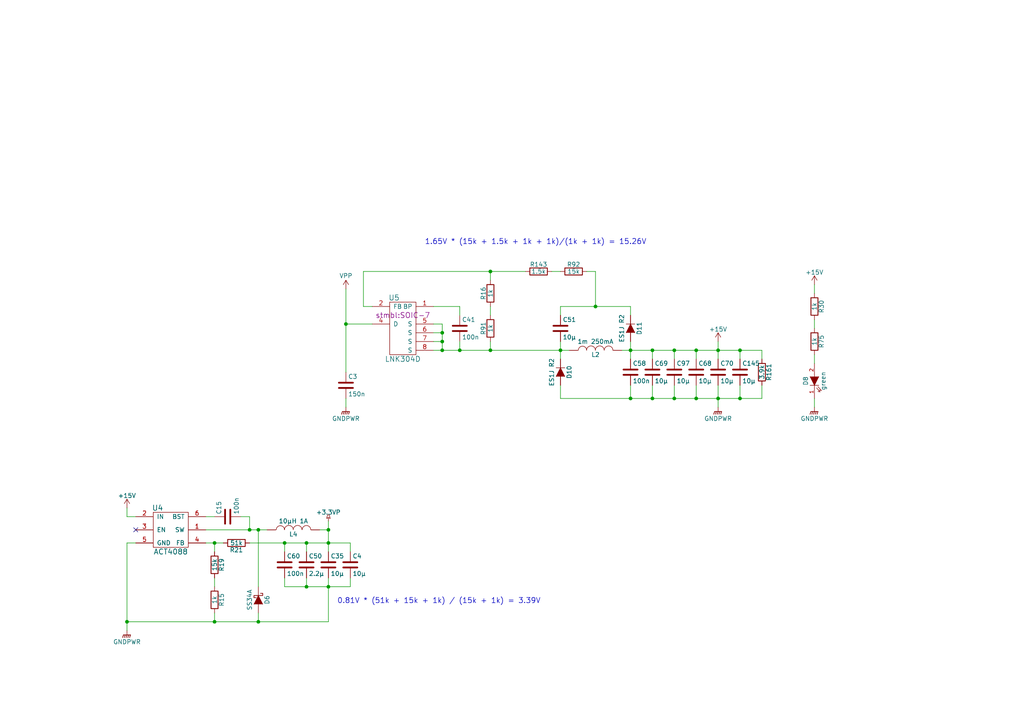
<source format=kicad_sch>
(kicad_sch (version 20211123) (generator eeschema)
  (paper "A4")
  (lib_symbols
    (symbol "stmbl_4.0-rescue:+15V-stmbl" (power) (pin_names (offset 0))
      (property "Value" "+15V-stmbl" (at 0 3.556 0))
      (symbol "+15V-stmbl_0_1"
        (polyline (pts (xy -0.762 1.27) (xy 0 2.54)))
        (polyline (pts (xy 0 0) (xy 0 2.54)))
        (polyline (pts (xy 0 2.54) (xy 0.762 1.27)))
      )
      (symbol "+15V-stmbl_1_1"
        (pin power_in line (at 0 0 90) (length 0) hide (name "+15V") (number "1"))
      )
    )
    (symbol "stmbl_4.0-rescue:+3.3VP-stmbl" (power) (pin_names (offset 0))
      (property "Value" "+3.3VP-stmbl" (at 0 2.54 0))
      (symbol "+3.3VP-stmbl_0_0"
        (pin power_in line (at 0 0 90) (length 0) hide (name "+3.3VP") (number "1"))
      )
      (symbol "+3.3VP-stmbl_0_1"
        (polyline (pts (xy 0 0) (xy 0 1.016) (xy 0 1.016)))
        (polyline (pts (xy 0.508 0.762) (xy 0 1.016) (xy -0.508 0.762) (xy -0.254 1.778) (xy 0.254 1.778) (xy 0.508 0.762) (xy 0.508 0.762)))
      )
    )
    (symbol "stmbl_4.0-rescue:ACT4088-stmbl" (pin_names (offset 1.016))
      (property "Reference" "U" (at -3.81 6.35 0))
      (property "Value" "ACT4088-stmbl" (at 0 -6.35 0))
      (symbol "ACT4088-stmbl_0_1"
        (rectangle (start -5.08 5.08) (end 5.08 -5.08))
      )
      (symbol "ACT4088-stmbl_1_1"
        (pin power_out line (at 10.16 0 180) (length 5.08) (name "SW") (number "1"))
        (pin power_in line (at -10.16 3.81 0) (length 5.08) (name "IN") (number "2"))
        (pin input line (at -10.16 0 0) (length 5.08) (name "EN") (number "3"))
        (pin input line (at 10.16 -3.81 180) (length 5.08) (name "FB") (number "4"))
        (pin power_in line (at -10.16 -3.81 0) (length 5.08) (name "GND") (number "5"))
        (pin power_in line (at 10.16 3.81 180) (length 5.08) (name "BST") (number "6"))
      )
    )
    (symbol "stmbl_4.0-rescue:C-stmbl" (pin_numbers hide) (pin_names (offset 0.254))
      (property "Reference" "C" (at 0.635 2.54 0))
      (property "Value" "C-stmbl" (at 0.635 -2.54 0))
      (symbol "C-stmbl_0_1"
        (polyline (pts (xy -2.032 -0.762) (xy 2.032 -0.762)) (stroke (width 0.508)))
        (polyline (pts (xy -2.032 0.762) (xy 2.032 0.762)) (stroke (width 0.508)))
      )
      (symbol "C-stmbl_1_1"
        (pin passive line (at 0 3.81 270) (length 2.794) (name "~") (number "1"))
        (pin passive line (at 0 -3.81 90) (length 2.794) (name "~") (number "2"))
      )
    )
    (symbol "stmbl_4.0-rescue:D-stmbl" (pin_numbers hide) (pin_names (offset 1.016) hide)
      (property "Reference" "D" (at 0 2.54 0))
      (property "Value" "D-stmbl" (at 0 -2.54 0))
      (symbol "D-stmbl_0_1"
        (polyline (pts (xy -1.27 1.27) (xy -1.27 -1.27)) (stroke (width 0.1524)))
        (polyline (pts (xy 1.27 1.27) (xy -1.27 0) (xy 1.27 -1.27)) (fill (type outline)))
      )
      (symbol "D-stmbl_1_1"
        (pin passive line (at -3.81 0 0) (length 2.54) (name "K") (number "1"))
        (pin passive line (at 3.81 0 180) (length 2.54) (name "A") (number "2"))
      )
    )
    (symbol "stmbl_4.0-rescue:D_Schottky-stmbl" (pin_numbers hide) (pin_names (offset 1.016) hide)
      (property "Reference" "D" (at 0 2.54 0))
      (property "Value" "D_Schottky-stmbl" (at 0 -2.54 0))
      (symbol "D_Schottky-stmbl_0_1"
        (polyline (pts (xy 1.27 1.27) (xy -1.27 0) (xy 1.27 -1.27)) (fill (type outline)))
        (polyline (pts (xy -1.905 0.635) (xy -1.905 1.27) (xy -1.27 1.27) (xy -1.27 -1.27) (xy -0.635 -1.27) (xy -0.635 -0.635)) (stroke (width 0.2032)))
      )
      (symbol "D_Schottky-stmbl_1_1"
        (pin passive line (at -3.81 0 0) (length 2.54) (name "K") (number "1"))
        (pin passive line (at 3.81 0 180) (length 2.54) (name "A") (number "2"))
      )
    )
    (symbol "stmbl_4.0-rescue:GNDPWR-stmbl" (power) (pin_names (offset 0))
      (property "Value" "GNDPWR-stmbl" (at 0 -3.302 0))
      (symbol "GNDPWR-stmbl_0_1"
        (polyline (pts (xy 0 -1.27) (xy 0 0)))
        (polyline (pts (xy -1.016 -1.27) (xy -1.27 -2.032) (xy -1.27 -2.032)) (stroke (width 0.2032)))
        (polyline (pts (xy -0.508 -1.27) (xy -0.762 -2.032) (xy -0.762 -2.032)) (stroke (width 0.2032)))
        (polyline (pts (xy 0 -1.27) (xy -0.254 -2.032) (xy -0.254 -2.032)) (stroke (width 0.2032)))
        (polyline (pts (xy 0.508 -1.27) (xy 0.254 -2.032) (xy 0.254 -2.032)) (stroke (width 0.2032)))
        (polyline (pts (xy 1.016 -1.27) (xy -1.016 -1.27) (xy -1.016 -1.27)) (stroke (width 0.2032)))
        (polyline (pts (xy 1.016 -1.27) (xy 0.762 -2.032) (xy 0.762 -2.032) (xy 0.762 -2.032)) (stroke (width 0.2032)))
      )
      (symbol "GNDPWR-stmbl_1_1"
        (pin power_in line (at 0 0 90) (length 0) hide (name "GNDPWR") (number "1"))
      )
    )
    (symbol "stmbl_4.0-rescue:INDUCTOR-stmbl" (pin_numbers hide) (pin_names (offset 1.016) hide)
      (property "Reference" "L" (at -1.27 0 90))
      (property "Value" "INDUCTOR-stmbl" (at 2.54 0 90))
      (symbol "INDUCTOR-stmbl_0_1"
        (arc (start 0.0254 -5.0546) (mid 1.2449 -3.8097) (end 0.0254 -2.54))
        (arc (start 0.0254 -2.5146) (mid 1.2703 -1.2444) (end 0.0254 0.0508))
        (arc (start 0.0254 0.0254) (mid 1.2703 1.2956) (end 0.0254 2.5908))
        (arc (start 0.0254 2.5654) (mid 1.1941 3.7595) (end 0.0254 4.9784))
      )
      (symbol "INDUCTOR-stmbl_1_1"
        (pin passive line (at 0 7.62 270) (length 2.54) (name "1") (number "1"))
        (pin passive line (at 0 -7.62 90) (length 2.54) (name "2") (number "2"))
      )
    )
    (symbol "stmbl_4.0-rescue:LED-stmbl" (pin_names (offset 1.016) hide)
      (property "Reference" "D" (at 0 2.54 0))
      (property "Value" "LED-stmbl" (at 0 -2.54 0))
      (symbol "LED-stmbl_0_1"
        (polyline (pts (xy -1.27 1.27) (xy -1.27 -1.27)))
        (polyline (pts (xy -2.032 -0.635) (xy -3.175 -1.651) (xy -3.048 -1.016)))
        (polyline (pts (xy -1.651 -1.016) (xy -2.794 -2.032) (xy -2.667 -1.397)))
        (polyline (pts (xy 1.27 1.27) (xy -1.27 0) (xy 1.27 -1.27)) (fill (type outline)))
      )
      (symbol "LED-stmbl_1_1"
        (pin passive line (at -5.08 0 0) (length 3.81) (name "K") (number "1"))
        (pin passive line (at 5.08 0 180) (length 3.81) (name "A") (number "2"))
      )
    )
    (symbol "stmbl_4.0-rescue:R-stmbl" (pin_numbers hide) (pin_names (offset 0))
      (property "Reference" "R" (at 2.032 0 90))
      (property "Value" "R-stmbl" (at 0 0 90))
      (symbol "R-stmbl_0_1"
        (rectangle (start -1.016 -2.54) (end 1.016 2.54) (stroke (width 0.254)))
      )
      (symbol "R-stmbl_1_1"
        (pin passive line (at 0 3.81 270) (length 1.27) (name "~") (number "1"))
        (pin passive line (at 0 -3.81 90) (length 1.27) (name "~") (number "2"))
      )
    )
    (symbol "stmbl_4.0-rescue:VPP-stmbl" (power) (pin_names (offset 0))
      (property "Value" "VPP-stmbl" (at 0 3.81 0))
      (symbol "VPP-stmbl_0_1"
        (polyline (pts (xy -0.762 1.27) (xy 0 2.54)))
        (polyline (pts (xy 0 0) (xy 0 2.54)))
        (polyline (pts (xy 0 2.54) (xy 0.762 1.27)))
      )
      (symbol "VPP-stmbl_1_1"
        (pin power_in line (at 0 0 90) (length 0) hide (name "VPP") (number "1"))
      )
    )
    (symbol "stmbl_4.0-rescue:lnk304D-stmbl" (pin_names (offset 1.016))
      (property "Reference" "U" (at -2.54 5.08 0))
      (property "Value" "lnk304D-stmbl" (at 0 -12.7 0))
      (symbol "lnk304D-stmbl_0_1"
        (rectangle (start -3.81 3.81) (end 3.81 -11.43))
      )
      (symbol "lnk304D-stmbl_1_1"
        (pin power_in line (at 8.89 2.54 180) (length 5.08) (name "BP") (number "1"))
        (pin input line (at -8.89 2.54 0) (length 5.08) (name "FB") (number "2"))
        (pin power_in line (at -8.89 -2.54 0) (length 5.08) (name "D") (number "4"))
        (pin power_out line (at 8.89 -2.54 180) (length 5.08) (name "S") (number "5"))
        (pin power_out line (at 8.89 -5.08 180) (length 5.08) (name "S") (number "6"))
        (pin power_out line (at 8.89 -7.62 180) (length 5.08) (name "S") (number "7"))
        (pin power_out line (at 8.89 -10.16 180) (length 5.08) (name "S") (number "8"))
      )
    )
  )
  (junction (at 195.58 101.6))
  (junction (at 72.39 153.67))
  (junction (at 95.25 170.18))
  (junction (at 142.24 101.6))
  (junction (at 128.27 96.52))
  (junction (at 62.23 157.48))
  (junction (at 208.28 101.6))
  (junction (at 100.33 93.98))
  (junction (at 88.9 157.48))
  (junction (at 74.93 153.67))
  (junction (at 95.25 157.48))
  (junction (at 62.23 180.34))
  (junction (at 133.35 101.6))
  (junction (at 182.88 101.6))
  (junction (at 128.27 99.06))
  (junction (at 189.23 115.57))
  (junction (at 214.63 115.57))
  (junction (at 142.24 78.74))
  (junction (at 95.25 153.67))
  (junction (at 201.93 115.57))
  (junction (at 195.58 115.57))
  (junction (at 172.72 88.9))
  (junction (at 214.63 101.6))
  (junction (at 162.56 101.6))
  (junction (at 128.27 101.6))
  (junction (at 82.55 157.48))
  (junction (at 208.28 115.57))
  (junction (at 88.9 170.18))
  (junction (at 74.93 180.34))
  (junction (at 189.23 101.6))
  (junction (at 36.83 180.34))
  (junction (at 201.93 101.6))
  (junction (at 182.88 115.57))
  (no_connect (at 39.37 153.67))
  (wire (pts (xy 95.25 153.67) (xy 95.25 157.48)))
  (wire (pts (xy 82.55 157.48) (xy 88.9 157.48)))
  (wire (pts (xy 195.58 104.14) (xy 195.58 101.6)))
  (wire (pts (xy 236.22 102.87) (xy 236.22 105.41)))
  (wire (pts (xy 195.58 111.76) (xy 195.58 115.57)))
  (wire (pts (xy 82.55 160.02) (xy 82.55 157.48)))
  (wire (pts (xy 142.24 78.74) (xy 142.24 81.28)))
  (wire (pts (xy 220.98 115.57) (xy 220.98 111.76)))
  (wire (pts (xy 170.18 78.74) (xy 172.72 78.74)))
  (wire (pts (xy 72.39 153.67) (xy 74.93 153.67)))
  (wire (pts (xy 142.24 101.6) (xy 142.24 99.06)))
  (wire (pts (xy 88.9 170.18) (xy 95.25 170.18)))
  (wire (pts (xy 95.25 157.48) (xy 101.6 157.48)))
  (wire (pts (xy 214.63 104.14) (xy 214.63 101.6)))
  (wire (pts (xy 95.25 157.48) (xy 95.25 160.02)))
  (wire (pts (xy 162.56 115.57) (xy 182.88 115.57)))
  (wire (pts (xy 74.93 153.67) (xy 77.47 153.67)))
  (wire (pts (xy 201.93 101.6) (xy 201.93 104.14)))
  (wire (pts (xy 125.73 101.6) (xy 128.27 101.6)))
  (wire (pts (xy 162.56 101.6) (xy 162.56 104.14)))
  (wire (pts (xy 133.35 101.6) (xy 142.24 101.6)))
  (wire (pts (xy 36.83 149.86) (xy 39.37 149.86)))
  (wire (pts (xy 162.56 88.9) (xy 172.72 88.9)))
  (wire (pts (xy 214.63 101.6) (xy 220.98 101.6)))
  (wire (pts (xy 105.41 88.9) (xy 107.95 88.9)))
  (wire (pts (xy 59.69 157.48) (xy 62.23 157.48)))
  (wire (pts (xy 162.56 91.44) (xy 162.56 88.9)))
  (wire (pts (xy 180.34 101.6) (xy 182.88 101.6)))
  (wire (pts (xy 125.73 99.06) (xy 128.27 99.06)))
  (wire (pts (xy 208.28 99.06) (xy 208.28 101.6)))
  (wire (pts (xy 59.69 149.86) (xy 62.23 149.86)))
  (wire (pts (xy 195.58 101.6) (xy 201.93 101.6)))
  (wire (pts (xy 208.28 101.6) (xy 214.63 101.6)))
  (wire (pts (xy 62.23 167.64) (xy 62.23 170.18)))
  (wire (pts (xy 189.23 101.6) (xy 195.58 101.6)))
  (wire (pts (xy 236.22 82.55) (xy 236.22 85.09)))
  (wire (pts (xy 95.25 167.64) (xy 95.25 170.18)))
  (wire (pts (xy 69.85 149.86) (xy 72.39 149.86)))
  (wire (pts (xy 128.27 93.98) (xy 128.27 96.52)))
  (wire (pts (xy 88.9 157.48) (xy 95.25 157.48)))
  (wire (pts (xy 95.25 170.18) (xy 95.25 180.34)))
  (wire (pts (xy 74.93 177.8) (xy 74.93 180.34)))
  (wire (pts (xy 74.93 180.34) (xy 62.23 180.34)))
  (wire (pts (xy 82.55 170.18) (xy 88.9 170.18)))
  (wire (pts (xy 74.93 153.67) (xy 74.93 170.18)))
  (wire (pts (xy 105.41 78.74) (xy 142.24 78.74)))
  (wire (pts (xy 182.88 99.06) (xy 182.88 101.6)))
  (wire (pts (xy 172.72 78.74) (xy 172.72 88.9)))
  (wire (pts (xy 189.23 115.57) (xy 189.23 111.76)))
  (wire (pts (xy 182.88 115.57) (xy 189.23 115.57)))
  (wire (pts (xy 128.27 101.6) (xy 133.35 101.6)))
  (wire (pts (xy 142.24 78.74) (xy 152.4 78.74)))
  (wire (pts (xy 128.27 99.06) (xy 128.27 101.6)))
  (wire (pts (xy 182.88 101.6) (xy 182.88 104.14)))
  (wire (pts (xy 208.28 115.57) (xy 214.63 115.57)))
  (wire (pts (xy 101.6 170.18) (xy 101.6 167.64)))
  (wire (pts (xy 100.33 93.98) (xy 107.95 93.98)))
  (wire (pts (xy 125.73 96.52) (xy 128.27 96.52)))
  (wire (pts (xy 95.25 151.13) (xy 95.25 153.67)))
  (wire (pts (xy 133.35 91.44) (xy 133.35 88.9)))
  (wire (pts (xy 95.25 180.34) (xy 74.93 180.34)))
  (wire (pts (xy 95.25 170.18) (xy 101.6 170.18)))
  (wire (pts (xy 160.02 78.74) (xy 162.56 78.74)))
  (wire (pts (xy 189.23 101.6) (xy 189.23 104.14)))
  (wire (pts (xy 220.98 101.6) (xy 220.98 104.14)))
  (wire (pts (xy 142.24 88.9) (xy 142.24 91.44)))
  (wire (pts (xy 162.56 101.6) (xy 165.1 101.6)))
  (wire (pts (xy 62.23 160.02) (xy 62.23 157.48)))
  (wire (pts (xy 182.88 111.76) (xy 182.88 115.57)))
  (wire (pts (xy 201.93 101.6) (xy 208.28 101.6)))
  (wire (pts (xy 39.37 157.48) (xy 36.83 157.48)))
  (wire (pts (xy 72.39 157.48) (xy 82.55 157.48)))
  (wire (pts (xy 133.35 88.9) (xy 125.73 88.9)))
  (wire (pts (xy 88.9 157.48) (xy 88.9 160.02)))
  (wire (pts (xy 189.23 115.57) (xy 195.58 115.57)))
  (wire (pts (xy 100.33 93.98) (xy 100.33 107.95)))
  (wire (pts (xy 208.28 115.57) (xy 208.28 118.11)))
  (wire (pts (xy 208.28 111.76) (xy 208.28 115.57)))
  (wire (pts (xy 195.58 115.57) (xy 201.93 115.57)))
  (wire (pts (xy 36.83 147.32) (xy 36.83 149.86)))
  (wire (pts (xy 172.72 88.9) (xy 182.88 88.9)))
  (wire (pts (xy 100.33 115.57) (xy 100.33 118.11)))
  (wire (pts (xy 162.56 115.57) (xy 162.56 111.76)))
  (wire (pts (xy 201.93 115.57) (xy 208.28 115.57)))
  (wire (pts (xy 182.88 101.6) (xy 189.23 101.6)))
  (wire (pts (xy 101.6 157.48) (xy 101.6 160.02)))
  (wire (pts (xy 128.27 96.52) (xy 128.27 99.06)))
  (wire (pts (xy 162.56 99.06) (xy 162.56 101.6)))
  (wire (pts (xy 236.22 115.57) (xy 236.22 118.11)))
  (wire (pts (xy 105.41 78.74) (xy 105.41 88.9)))
  (wire (pts (xy 62.23 177.8) (xy 62.23 180.34)))
  (wire (pts (xy 36.83 157.48) (xy 36.83 180.34)))
  (wire (pts (xy 214.63 111.76) (xy 214.63 115.57)))
  (wire (pts (xy 214.63 115.57) (xy 220.98 115.57)))
  (wire (pts (xy 133.35 99.06) (xy 133.35 101.6)))
  (wire (pts (xy 142.24 101.6) (xy 162.56 101.6)))
  (wire (pts (xy 92.71 153.67) (xy 95.25 153.67)))
  (wire (pts (xy 88.9 167.64) (xy 88.9 170.18)))
  (wire (pts (xy 36.83 180.34) (xy 36.83 182.88)))
  (wire (pts (xy 236.22 92.71) (xy 236.22 95.25)))
  (wire (pts (xy 59.69 153.67) (xy 72.39 153.67)))
  (wire (pts (xy 182.88 88.9) (xy 182.88 91.44)))
  (wire (pts (xy 62.23 180.34) (xy 36.83 180.34)))
  (wire (pts (xy 62.23 157.48) (xy 64.77 157.48)))
  (wire (pts (xy 125.73 93.98) (xy 128.27 93.98)))
  (wire (pts (xy 100.33 83.82) (xy 100.33 93.98)))
  (wire (pts (xy 82.55 167.64) (xy 82.55 170.18)))
  (wire (pts (xy 72.39 149.86) (xy 72.39 153.67)))
  (wire (pts (xy 208.28 101.6) (xy 208.28 104.14)))
  (wire (pts (xy 201.93 115.57) (xy 201.93 111.76)))
  (text "0.81V * (51k + 15k + 1k) / (15k + 1k) = 3.39V" (at 97.79 175.26 0) (effects (font (size 1.524 1.524)) (justify left bottom)))
  (text "1.65V * (15k + 1.5k + 1k + 1k)/(1k + 1k) = 15.26V" (at 123.19 71.12 0) (effects (font (size 1.524 1.524)) (justify left bottom)))
  (symbol (lib_id "stmbl_4.0-rescue:D-stmbl") (at 162.56 107.95 270) (unit 1)
    (property "Reference" "D10" (at 165.1 107.95 0))
    (property "Value" "ES1J R2" (at 160.02 107.95 0))
    (property "Footprint" "stmbl:SMA_Standard" (effects hide))
    (property "Manufacturer No" "ES1J-LTP" (effects hide))
    (property "Manufacturer" "Micro Commercial Co" (effects hide))
  )
  (symbol (lib_id "stmbl_4.0-rescue:D-stmbl") (at 182.88 95.25 270) (unit 1)
    (property "Reference" "D11" (at 185.42 95.25 0))
    (property "Value" "ES1J R2" (at 180.34 95.25 0))
    (property "Footprint" "stmbl:SMA_Standard" (effects hide))
    (property "Manufacturer No" "ES1J-LTP" (effects hide))
    (property "Manufacturer" "Micro Commercial Co" (effects hide))
  )
  (symbol (lib_id "stmbl_4.0-rescue:INDUCTOR-stmbl") (at 172.72 101.6 90) (unit 1)
    (property "Reference" "L2" (at 172.72 102.87 90))
    (property "Value" "1m 250mA" (at 172.72 99.06 90))
    (property "Footprint" "stmbl:NPI31W" (effects hide))
    (property "Manufacturer No" "DT3316P-105" (effects hide))
    (property "Manufacturer" "Coilcraft" (effects hide))
  )
  (symbol (lib_id "stmbl_4.0-rescue:C-stmbl") (at 182.88 107.95 0) (unit 1)
    (property "Reference" "C58" (at 183.515 105.41 0) (effects (justify left)))
    (property "Value" "100n" (at 183.515 110.49 0) (effects (justify left)))
    (property "Footprint" "stmbl:C_0603" (effects hide))
    (property "Voltage" "50V" (effects hide))
    (property "Tolerance" "X5R" (effects hide))
  )
  (symbol (lib_id "stmbl_4.0-rescue:GNDPWR-stmbl") (at 208.28 118.11 0) (unit 1)
    (property "Reference" "#PWR042" (effects hide))
    (property "Value" "GNDPWR" (at 208.28 121.412 0))
  )
  (symbol (lib_id "stmbl_4.0-rescue:+15V-stmbl") (at 208.28 99.06 0) (unit 1)
    (property "Reference" "#PWR043" (effects hide))
    (property "Value" "+15V" (at 208.28 95.504 0))
  )
  (symbol (lib_id "stmbl_4.0-rescue:VPP-stmbl") (at 100.33 83.82 0) (unit 1)
    (property "Reference" "#PWR044" (effects hide))
    (property "Value" "VPP" (at 100.33 80.01 0))
  )
  (symbol (lib_id "stmbl_4.0-rescue:C-stmbl") (at 162.56 95.25 0) (unit 1)
    (property "Reference" "C51" (at 163.195 92.71 0) (effects (justify left)))
    (property "Value" "10µ" (at 163.195 97.79 0) (effects (justify left)))
    (property "Footprint" "stmbl:C_0805" (effects hide))
    (property "Voltage" "25V" (effects hide))
    (property "Tolerance" "X5R" (effects hide))
  )
  (symbol (lib_id "stmbl_4.0-rescue:C-stmbl") (at 133.35 95.25 0) (unit 1)
    (property "Reference" "C41" (at 133.985 92.71 0) (effects (justify left)))
    (property "Value" "100n" (at 133.985 97.79 0) (effects (justify left)))
    (property "Footprint" "stmbl:C_0603" (effects hide))
    (property "Voltage" "50V" (effects hide))
    (property "Tolerance" "X5R" (effects hide))
  )
  (symbol (lib_id "stmbl_4.0-rescue:R-stmbl") (at 142.24 95.25 180) (unit 1)
    (property "Reference" "R91" (at 140.208 95.25 90))
    (property "Value" "1k" (at 142.24 95.25 90))
    (property "Footprint" "stmbl:R_0603" (effects hide))
    (property "Tolerance" "1%" (effects hide))
  )
  (symbol (lib_id "stmbl_4.0-rescue:R-stmbl") (at 166.37 78.74 90) (unit 1)
    (property "Reference" "R92" (at 166.37 76.708 90))
    (property "Value" "15k" (at 166.37 78.74 90))
    (property "Footprint" "stmbl:R_0603" (effects hide))
    (property "Tolerance" "1%" (effects hide))
  )
  (symbol (lib_id "stmbl_4.0-rescue:LED-stmbl") (at 236.22 110.49 90) (unit 1)
    (property "Reference" "D8" (at 233.68 110.49 0))
    (property "Value" "green" (at 238.76 110.49 0))
    (property "Footprint" "stmbl:LED-0805-SIDE" (effects hide))
    (property "Manufacturer No" "LTST-S220KGKT" (effects hide))
    (property "Manufacturer" "Lite-On" (effects hide))
  )
  (symbol (lib_id "stmbl_4.0-rescue:GNDPWR-stmbl") (at 236.22 118.11 0) (unit 1)
    (property "Reference" "#PWR045" (effects hide))
    (property "Value" "GNDPWR" (at 236.22 121.412 0))
  )
  (symbol (lib_id "stmbl_4.0-rescue:R-stmbl") (at 236.22 99.06 0) (unit 1)
    (property "Reference" "R75" (at 238.252 99.06 90))
    (property "Value" "1k" (at 236.22 99.06 90))
    (property "Footprint" "stmbl:R_0603" (effects hide))
    (property "Tolerance" "1%" (effects hide))
  )
  (symbol (lib_id "stmbl_4.0-rescue:+15V-stmbl") (at 236.22 82.55 0) (unit 1)
    (property "Reference" "#PWR046" (effects hide))
    (property "Value" "+15V" (at 236.22 78.994 0))
  )
  (symbol (lib_id "stmbl_4.0-rescue:R-stmbl") (at 68.58 157.48 270) (unit 1)
    (property "Reference" "R21" (at 68.58 159.512 90))
    (property "Value" "51k" (at 68.58 157.48 90))
    (property "Footprint" "stmbl:R_0603" (effects hide))
    (property "Tolerance" "1%" (effects hide))
  )
  (symbol (lib_id "stmbl_4.0-rescue:R-stmbl") (at 62.23 163.83 0) (unit 1)
    (property "Reference" "R19" (at 64.262 163.83 90))
    (property "Value" "15k" (at 62.23 163.83 90))
    (property "Footprint" "stmbl:R_0603" (effects hide))
    (property "Tolerance" "1%" (effects hide))
  )
  (symbol (lib_id "stmbl_4.0-rescue:D_Schottky-stmbl") (at 74.93 173.99 270) (unit 1)
    (property "Reference" "D6" (at 77.47 173.99 0))
    (property "Value" "SS34A" (at 72.39 173.99 0))
    (property "Footprint" "stmbl:SMA_Standard" (effects hide))
    (property "Manufacturer No" "SS34A" (effects hide))
    (property "Manufacturer" "Multicomp" (effects hide))
  )
  (symbol (lib_id "stmbl_4.0-rescue:C-stmbl") (at 66.04 149.86 90) (unit 1)
    (property "Reference" "C15" (at 63.5 149.225 0) (effects (justify left)))
    (property "Value" "100n" (at 68.58 149.225 0) (effects (justify left)))
    (property "Footprint" "stmbl:C_0603" (effects hide))
    (property "Voltage" "50V" (effects hide))
    (property "Tolerance" "X5R" (effects hide))
  )
  (symbol (lib_id "stmbl_4.0-rescue:INDUCTOR-stmbl") (at 85.09 153.67 90) (unit 1)
    (property "Reference" "L4" (at 85.09 154.94 90))
    (property "Value" "10µH 1A" (at 85.09 151.13 90))
    (property "Footprint" "stmbl:SMD_INDUCTOR_32x25" (effects hide))
    (property "Manufacturer No" "LQH32PN100MNCL" (effects hide))
    (property "Manufacturer" "Murata" (effects hide))
  )
  (symbol (lib_id "stmbl_4.0-rescue:ACT4088-stmbl") (at 49.53 153.67 0) (unit 1)
    (property "Reference" "U4" (at 45.72 147.32 0) (effects (font (size 1.524 1.524))))
    (property "Value" "ACT4088" (at 49.53 160.02 0) (effects (font (size 1.524 1.524))))
    (property "Footprint" "stmbl:SOT-23-6" (effects hide))
    (property "Manufacturer No" "ACT4088US-T" (effects hide))
    (property "Manufacturer" "Active-Semi" (effects hide))
  )
  (symbol (lib_id "stmbl_4.0-rescue:GNDPWR-stmbl") (at 36.83 182.88 0) (unit 1)
    (property "Reference" "#PWR047" (effects hide))
    (property "Value" "GNDPWR" (at 36.83 186.182 0))
  )
  (symbol (lib_id "stmbl_4.0-rescue:+15V-stmbl") (at 36.83 147.32 0) (unit 1)
    (property "Reference" "#PWR048" (effects hide))
    (property "Value" "+15V" (at 36.83 143.764 0))
  )
  (symbol (lib_id "stmbl_4.0-rescue:+3.3VP-stmbl") (at 95.25 151.13 0) (unit 1)
    (property "Reference" "#PWR049" (effects hide))
    (property "Value" "+3.3VP" (at 95.25 148.59 0))
  )
  (symbol (lib_id "stmbl_4.0-rescue:R-stmbl") (at 236.22 88.9 0) (unit 1)
    (property "Reference" "R30" (at 238.252 88.9 90))
    (property "Value" "1k" (at 236.22 88.9 90))
    (property "Footprint" "stmbl:R_0603" (effects hide))
    (property "Tolerance" "1%" (effects hide))
  )
  (symbol (lib_id "stmbl_4.0-rescue:C-stmbl") (at 95.25 163.83 0) (unit 1)
    (property "Reference" "C35" (at 95.885 161.29 0) (effects (justify left)))
    (property "Value" "10µ" (at 95.885 166.37 0) (effects (justify left)))
    (property "Footprint" "stmbl:C_0805" (effects hide))
    (property "Voltage" "25V" (effects hide))
    (property "Tolerance" "X5R" (effects hide))
  )
  (symbol (lib_id "stmbl_4.0-rescue:C-stmbl") (at 82.55 163.83 0) (unit 1)
    (property "Reference" "C60" (at 83.185 161.29 0) (effects (justify left)))
    (property "Value" "100n" (at 83.185 166.37 0) (effects (justify left)))
    (property "Footprint" "stmbl:C_0603" (effects hide))
    (property "Voltage" "50V" (effects hide))
    (property "Tolerance" "X5R" (effects hide))
  )
  (symbol (lib_id "stmbl_4.0-rescue:lnk304D-stmbl") (at 116.84 91.44 0) (unit 1)
    (property "Reference" "U5" (at 114.3 86.36 0) (effects (font (size 1.524 1.524))))
    (property "Value" "LNK304D" (at 116.84 104.14 0) (effects (font (size 1.524 1.524))))
    (property "Footprint" "stmbl:SOIC-7" (at 116.84 91.44 0) (effects (font (size 1.524 1.524))))
    (property "Manufacturer No" "LNK304DN" (effects hide))
    (property "Manufacturer" "Power Integrations" (effects hide))
  )
  (symbol (lib_id "stmbl_4.0-rescue:C-stmbl") (at 100.33 111.76 0) (unit 1)
    (property "Reference" "C3" (at 100.965 109.22 0) (effects (justify left)))
    (property "Value" "150n" (at 100.965 114.3 0) (effects (justify left)))
    (property "Footprint" "stmbl:C_1808" (effects hide))
    (property "Manufacturer No" "C1808W154KCRACTU" (effects hide))
    (property "Voltage" "500V" (effects hide))
    (property "Tolerance" "X7R" (effects hide))
    (property "Manufacturer" "KEMET" (effects hide))
  )
  (symbol (lib_id "stmbl_4.0-rescue:GNDPWR-stmbl") (at 100.33 118.11 0) (unit 1)
    (property "Reference" "#PWR050" (effects hide))
    (property "Value" "GNDPWR" (at 100.33 121.412 0))
  )
  (symbol (lib_id "stmbl_4.0-rescue:R-stmbl") (at 62.23 173.99 0) (unit 1)
    (property "Reference" "R15" (at 64.262 173.99 90))
    (property "Value" "1k" (at 62.23 173.99 90))
    (property "Footprint" "stmbl:R_0603" (effects hide))
    (property "Tolerance" "1%" (effects hide))
  )
  (symbol (lib_id "stmbl_4.0-rescue:R-stmbl") (at 142.24 85.09 180) (unit 1)
    (property "Reference" "R16" (at 140.208 85.09 90))
    (property "Value" "1k" (at 142.24 85.09 90))
    (property "Footprint" "stmbl:R_0603" (effects hide))
    (property "Tolerance" "1%" (effects hide))
  )
  (symbol (lib_id "stmbl_4.0-rescue:R-stmbl") (at 156.21 78.74 90) (unit 1)
    (property "Reference" "R143" (at 156.21 76.708 90))
    (property "Value" "1.5k" (at 156.21 78.74 90))
    (property "Footprint" "stmbl:R_0603" (effects hide))
    (property "Tolerance" "1%" (effects hide))
  )
  (symbol (lib_id "stmbl_4.0-rescue:C-stmbl") (at 88.9 163.83 0) (unit 1)
    (property "Reference" "C50" (at 89.535 161.29 0) (effects (justify left)))
    (property "Value" "2.2µ" (at 89.535 166.37 0) (effects (justify left)))
    (property "Footprint" "stmbl:C_0603" (effects hide))
    (property "Voltage" "35V" (effects hide))
    (property "Tolerance" "X5R" (effects hide))
  )
  (symbol (lib_id "stmbl_4.0-rescue:C-stmbl") (at 201.93 107.95 0) (unit 1)
    (property "Reference" "C68" (at 202.565 105.41 0) (effects (justify left)))
    (property "Value" "10µ" (at 202.565 110.49 0) (effects (justify left)))
    (property "Footprint" "stmbl:C_0805" (effects hide))
    (property "Voltage" "25V" (effects hide))
    (property "Tolerance" "X5R" (effects hide))
  )
  (symbol (lib_id "stmbl_4.0-rescue:C-stmbl") (at 189.23 107.95 0) (unit 1)
    (property "Reference" "C69" (at 189.865 105.41 0) (effects (justify left)))
    (property "Value" "10µ" (at 189.865 110.49 0) (effects (justify left)))
    (property "Footprint" "stmbl:C_0805" (effects hide))
    (property "Voltage" "25V" (effects hide))
    (property "Tolerance" "X5R" (effects hide))
  )
  (symbol (lib_id "stmbl_4.0-rescue:C-stmbl") (at 101.6 163.83 0) (unit 1)
    (property "Reference" "C4" (at 102.235 161.29 0) (effects (justify left)))
    (property "Value" "10µ" (at 102.235 166.37 0) (effects (justify left)))
    (property "Footprint" "stmbl:C_0805" (effects hide))
    (property "Voltage" "25V" (effects hide))
    (property "Tolerance" "X5R" (effects hide))
  )
  (symbol (lib_id "stmbl_4.0-rescue:R-stmbl") (at 220.98 107.95 0) (unit 1)
    (property "Reference" "R161" (at 223.012 107.95 90))
    (property "Value" "3.9k" (at 220.98 107.95 90))
    (property "Footprint" "stmbl:R_0603" (effects hide))
    (property "Tolerance" "1%" (effects hide))
  )
  (symbol (lib_id "stmbl_4.0-rescue:C-stmbl") (at 195.58 107.95 0) (unit 1)
    (property "Reference" "C97" (at 196.215 105.41 0) (effects (justify left)))
    (property "Value" "10µ" (at 196.215 110.49 0) (effects (justify left)))
    (property "Footprint" "stmbl:C_0805" (effects hide))
    (property "Voltage" "25V" (effects hide))
    (property "Tolerance" "X5R" (effects hide))
  )
  (symbol (lib_id "stmbl_4.0-rescue:C-stmbl") (at 208.28 107.95 0) (unit 1)
    (property "Reference" "C70" (at 208.915 105.41 0) (effects (justify left)))
    (property "Value" "10µ" (at 208.915 110.49 0) (effects (justify left)))
    (property "Footprint" "stmbl:C_0805" (effects hide))
    (property "Voltage" "25V" (effects hide))
    (property "Tolerance" "X5R" (effects hide))
  )
  (symbol (lib_id "stmbl_4.0-rescue:C-stmbl") (at 214.63 107.95 0) (unit 1)
    (property "Reference" "C145" (at 215.265 105.41 0) (effects (justify left)))
    (property "Value" "10µ" (at 215.265 110.49 0) (effects (justify left)))
    (property "Footprint" "stmbl:C_0805" (effects hide))
    (property "Voltage" "25V" (effects hide))
    (property "Tolerance" "X5R" (effects hide))
  )
)
</source>
